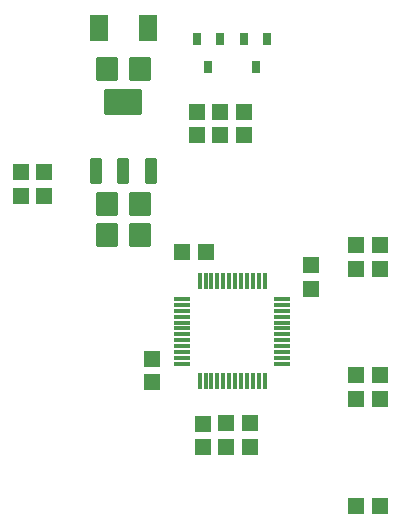
<source format=gtp>
G04*
G04 #@! TF.GenerationSoftware,Altium Limited,Altium Designer,22.3.1 (43)*
G04*
G04 Layer_Color=10066329*
%FSLAX42Y42*%
%MOMM*%
G71*
G04*
G04 #@! TF.SameCoordinates,4198B530-315D-40FA-A6EC-FFF3DE07C210*
G04*
G04*
G04 #@! TF.FilePolarity,Positive*
G04*
G01*
G75*
G04:AMPARAMS|DCode=13|XSize=1.4mm|YSize=1.4mm|CornerRadius=0.07mm|HoleSize=0mm|Usage=FLASHONLY|Rotation=90.000|XOffset=0mm|YOffset=0mm|HoleType=Round|Shape=RoundedRectangle|*
%AMROUNDEDRECTD13*
21,1,1.40,1.26,0,0,90.0*
21,1,1.26,1.40,0,0,90.0*
1,1,0.14,0.63,0.63*
1,1,0.14,0.63,-0.63*
1,1,0.14,-0.63,-0.63*
1,1,0.14,-0.63,0.63*
%
%ADD13ROUNDEDRECTD13*%
%ADD14R,1.45X0.30*%
%ADD15R,0.30X1.45*%
G04:AMPARAMS|DCode=16|XSize=1.4mm|YSize=1.4mm|CornerRadius=0.07mm|HoleSize=0mm|Usage=FLASHONLY|Rotation=0.000|XOffset=0mm|YOffset=0mm|HoleType=Round|Shape=RoundedRectangle|*
%AMROUNDEDRECTD16*
21,1,1.40,1.26,0,0,0.0*
21,1,1.26,1.40,0,0,0.0*
1,1,0.14,0.63,-0.63*
1,1,0.14,-0.63,-0.63*
1,1,0.14,-0.63,0.63*
1,1,0.14,0.63,0.63*
%
%ADD16ROUNDEDRECTD16*%
G04:AMPARAMS|DCode=17|XSize=2mm|YSize=1.8mm|CornerRadius=0.09mm|HoleSize=0mm|Usage=FLASHONLY|Rotation=90.000|XOffset=0mm|YOffset=0mm|HoleType=Round|Shape=RoundedRectangle|*
%AMROUNDEDRECTD17*
21,1,2.00,1.62,0,0,90.0*
21,1,1.82,1.80,0,0,90.0*
1,1,0.18,0.81,0.91*
1,1,0.18,0.81,-0.91*
1,1,0.18,-0.81,-0.91*
1,1,0.18,-0.81,0.91*
%
%ADD17ROUNDEDRECTD17*%
G04:AMPARAMS|DCode=18|XSize=3.25mm|YSize=2.15mm|CornerRadius=0.11mm|HoleSize=0mm|Usage=FLASHONLY|Rotation=180.000|XOffset=0mm|YOffset=0mm|HoleType=Round|Shape=RoundedRectangle|*
%AMROUNDEDRECTD18*
21,1,3.25,1.94,0,0,180.0*
21,1,3.04,2.15,0,0,180.0*
1,1,0.22,-1.52,0.97*
1,1,0.22,1.52,0.97*
1,1,0.22,1.52,-0.97*
1,1,0.22,-1.52,-0.97*
%
%ADD18ROUNDEDRECTD18*%
G04:AMPARAMS|DCode=19|XSize=1mm|YSize=2.15mm|CornerRadius=0.05mm|HoleSize=0mm|Usage=FLASHONLY|Rotation=180.000|XOffset=0mm|YOffset=0mm|HoleType=Round|Shape=RoundedRectangle|*
%AMROUNDEDRECTD19*
21,1,1.00,2.05,0,0,180.0*
21,1,0.90,2.15,0,0,180.0*
1,1,0.10,-0.45,1.02*
1,1,0.10,0.45,1.02*
1,1,0.10,0.45,-1.02*
1,1,0.10,-0.45,-1.02*
%
%ADD19ROUNDEDRECTD19*%
G04:AMPARAMS|DCode=20|XSize=2.2mm|YSize=1.6mm|CornerRadius=0.08mm|HoleSize=0mm|Usage=FLASHONLY|Rotation=270.000|XOffset=0mm|YOffset=0mm|HoleType=Round|Shape=RoundedRectangle|*
%AMROUNDEDRECTD20*
21,1,2.20,1.44,0,0,270.0*
21,1,2.04,1.60,0,0,270.0*
1,1,0.16,-0.72,-1.02*
1,1,0.16,-0.72,1.02*
1,1,0.16,0.72,1.02*
1,1,0.16,0.72,-1.02*
%
%ADD20ROUNDEDRECTD20*%
G04:AMPARAMS|DCode=21|XSize=0.6mm|YSize=1mm|CornerRadius=0.03mm|HoleSize=0mm|Usage=FLASHONLY|Rotation=0.000|XOffset=0mm|YOffset=0mm|HoleType=Round|Shape=RoundedRectangle|*
%AMROUNDEDRECTD21*
21,1,0.60,0.94,0,0,0.0*
21,1,0.54,1.00,0,0,0.0*
1,1,0.06,0.27,-0.47*
1,1,0.06,-0.27,-0.47*
1,1,0.06,-0.27,0.47*
1,1,0.06,0.27,0.47*
%
%ADD21ROUNDEDRECTD21*%
D13*
X710Y3760D02*
D03*
X510D02*
D03*
X710Y3960D02*
D03*
X510D02*
D03*
X3550Y2040D02*
D03*
X3350D02*
D03*
X3550Y2240D02*
D03*
X3350D02*
D03*
X3550Y3140D02*
D03*
X3350D02*
D03*
X3550Y3340D02*
D03*
X3350D02*
D03*
X1880Y3280D02*
D03*
X2080D02*
D03*
X3550Y1130D02*
D03*
X3350D02*
D03*
X2450Y1631D02*
D03*
X2250D02*
D03*
X2450Y1831D02*
D03*
X2250D02*
D03*
D14*
X1877Y2335D02*
D03*
Y2385D02*
D03*
Y2435D02*
D03*
Y2485D02*
D03*
Y2535D02*
D03*
Y2585D02*
D03*
Y2635D02*
D03*
Y2685D02*
D03*
Y2735D02*
D03*
Y2785D02*
D03*
Y2835D02*
D03*
Y2885D02*
D03*
X2723D02*
D03*
Y2835D02*
D03*
Y2785D02*
D03*
Y2735D02*
D03*
Y2685D02*
D03*
Y2635D02*
D03*
Y2585D02*
D03*
Y2535D02*
D03*
Y2485D02*
D03*
Y2435D02*
D03*
Y2385D02*
D03*
Y2335D02*
D03*
D15*
X2025Y3033D02*
D03*
X2075D02*
D03*
X2125D02*
D03*
X2175D02*
D03*
X2225D02*
D03*
X2275D02*
D03*
X2325D02*
D03*
X2375D02*
D03*
X2425D02*
D03*
X2475D02*
D03*
X2525D02*
D03*
X2575D02*
D03*
Y2188D02*
D03*
X2525D02*
D03*
X2475D02*
D03*
X2425D02*
D03*
X2375D02*
D03*
X2325D02*
D03*
X2275D02*
D03*
X2225D02*
D03*
X2175D02*
D03*
X2125D02*
D03*
X2075D02*
D03*
X2025D02*
D03*
D16*
X1620Y2180D02*
D03*
Y2380D02*
D03*
X2050Y1830D02*
D03*
Y1630D02*
D03*
X2965Y3172D02*
D03*
Y2972D02*
D03*
X2400Y4270D02*
D03*
Y4470D02*
D03*
X2200Y4270D02*
D03*
Y4470D02*
D03*
X2000Y4270D02*
D03*
Y4470D02*
D03*
D17*
X1240Y3690D02*
D03*
X1520D02*
D03*
X1240Y3430D02*
D03*
X1520D02*
D03*
X1240Y4830D02*
D03*
X1520D02*
D03*
D18*
X1380Y4553D02*
D03*
D19*
X1610Y3967D02*
D03*
X1380D02*
D03*
X1150D02*
D03*
D20*
X1590Y5180D02*
D03*
X1170D02*
D03*
D21*
X2100Y4850D02*
D03*
X2005Y5090D02*
D03*
X2195D02*
D03*
X2500Y4850D02*
D03*
X2405Y5090D02*
D03*
X2595D02*
D03*
M02*

</source>
